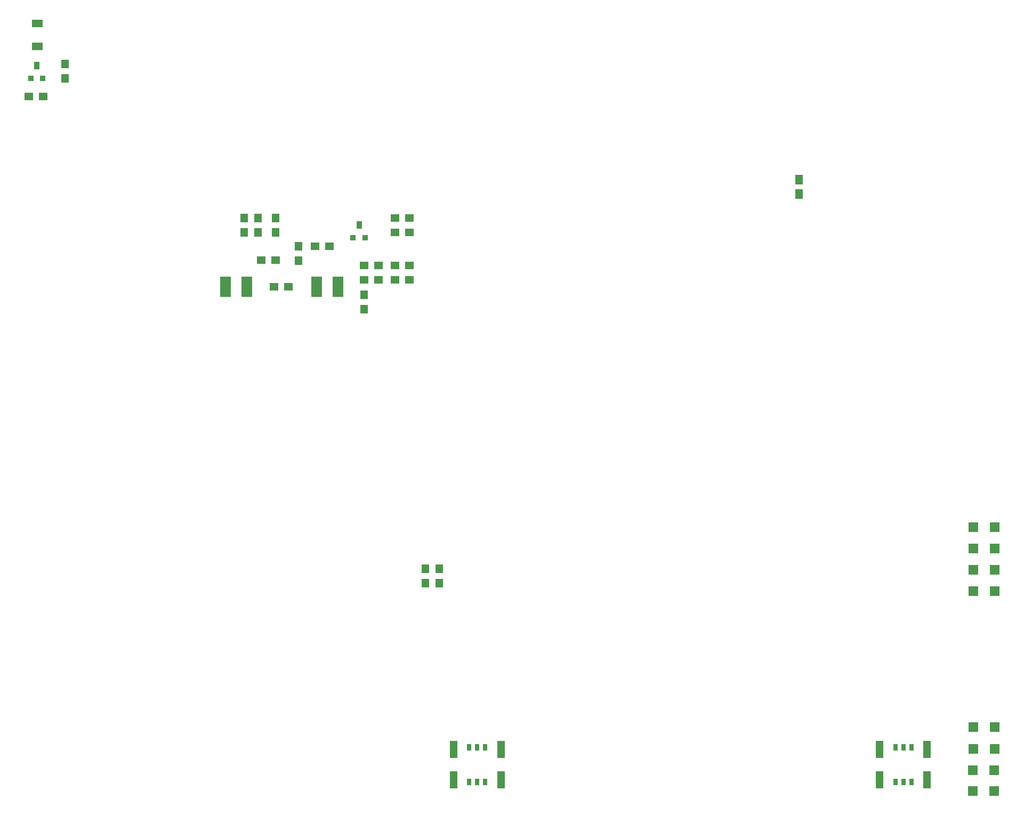
<source format=gbp>
G04*
G04 #@! TF.GenerationSoftware,Altium Limited,Altium Designer,20.1.8 (145)*
G04*
G04 Layer_Color=128*
%FSAX24Y24*%
%MOIN*%
G70*
G04*
G04 #@! TF.SameCoordinates,C37C2F13-19AF-4E89-93B9-DE42FBC32811*
G04*
G04*
G04 #@! TF.FilePolarity,Positive*
G04*
G01*
G75*
%ADD35R,0.0450X0.0550*%
%ADD36R,0.0550X0.0450*%
%ADD39R,0.0472X0.1083*%
%ADD40R,0.0315X0.0433*%
%ADD47R,0.0700X0.0500*%
%ADD135R,0.0500X0.0600*%
%ADD136R,0.0669X0.1260*%
%ADD137R,0.0600X0.0600*%
%ADD138R,0.0360X0.0360*%
%ADD139R,0.0360X0.0500*%
D35*
X043964Y026820D02*
D03*
X043964Y025920D02*
D03*
X043080Y025920D02*
D03*
X043080Y026820D02*
D03*
X035150Y046070D02*
D03*
X035150Y046970D02*
D03*
X031750Y048740D02*
D03*
X031750Y047840D02*
D03*
X033720Y047860D02*
D03*
X033720Y048760D02*
D03*
X032630Y047860D02*
D03*
X032630Y048760D02*
D03*
X020550Y058390D02*
D03*
X020550Y057490D02*
D03*
X039260Y043960D02*
D03*
X039260Y043060D02*
D03*
D36*
X042100Y047840D02*
D03*
X041200Y047840D02*
D03*
X036180Y046980D02*
D03*
X037080Y046980D02*
D03*
X039260Y044890D02*
D03*
X040160Y044890D02*
D03*
X041200Y045770D02*
D03*
X042100Y045770D02*
D03*
X040140Y045770D02*
D03*
X039240Y045770D02*
D03*
X042100Y048760D02*
D03*
X041200Y048760D02*
D03*
X033720Y046110D02*
D03*
X032820Y046110D02*
D03*
X041200Y044890D02*
D03*
X042100Y044890D02*
D03*
X034519Y044448D02*
D03*
X033619Y044448D02*
D03*
X018287Y056359D02*
D03*
X019187Y056359D02*
D03*
D39*
X044842Y013615D02*
D03*
Y015525D02*
D03*
X047818D02*
D03*
Y013615D02*
D03*
X071492Y015525D02*
D03*
Y013615D02*
D03*
X074468D02*
D03*
Y015525D02*
D03*
D40*
X045830Y013487D02*
D03*
X046330D02*
D03*
X046830D02*
D03*
X045830Y015653D02*
D03*
X046330D02*
D03*
X046830D02*
D03*
X072480Y013487D02*
D03*
X072980D02*
D03*
X073480D02*
D03*
X072480Y015653D02*
D03*
X072980D02*
D03*
X073480D02*
D03*
D47*
X018810Y059470D02*
D03*
Y060920D02*
D03*
D135*
X066457Y051142D02*
D03*
X066457Y050242D02*
D03*
D136*
X031929Y044448D02*
D03*
X030591D02*
D03*
X037609Y044450D02*
D03*
X036271D02*
D03*
D137*
X077340Y026760D02*
D03*
X078690D02*
D03*
X077340Y028090D02*
D03*
X078690D02*
D03*
X077320Y012930D02*
D03*
X078670D02*
D03*
X077320Y014230D02*
D03*
X078670D02*
D03*
X077340Y025420D02*
D03*
X078690D02*
D03*
X077350Y029420D02*
D03*
X078700D02*
D03*
X078690Y015560D02*
D03*
X077340D02*
D03*
Y016920D02*
D03*
X078690D02*
D03*
D138*
X018420Y057470D02*
D03*
X019170D02*
D03*
X039320Y047500D02*
D03*
X038570D02*
D03*
D139*
X018790Y058270D02*
D03*
X038940Y048300D02*
D03*
M02*

</source>
